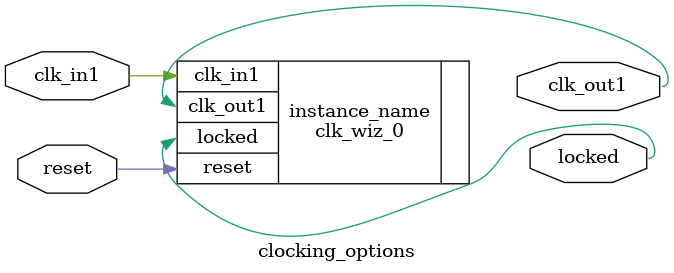
<source format=sv>
`timescale 1ns / 1ps


module clocking_options( clk_in1, clk_out1, reset, locked

    );
    
    input clk_in1, reset;
    output clk_out1, locked;
    
      clk_wiz_0 instance_name
   (
    // Clock out ports
    .clk_out1(clk_out1),     // output clk_out1
    // Status and control signals
    .reset(reset), // input reset
    .locked(locked),       // output locked
   // Clock in ports
    .clk_in1(clk_in1)      // input clk_in1
);

endmodule

</source>
